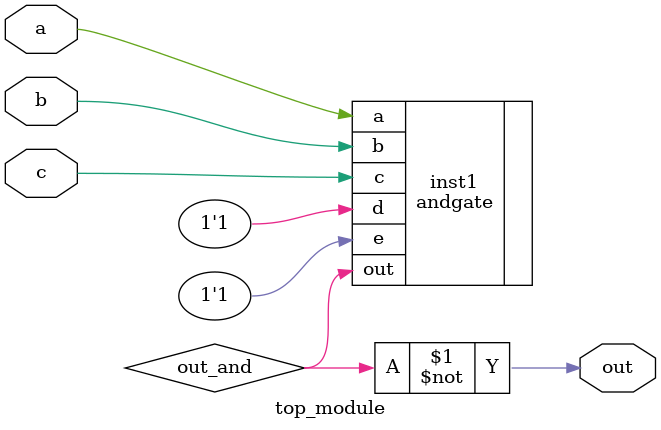
<source format=v>
module top_module (input a, input b, input c, output out);//
	wire out_and;
    assign out = ~out_and; 
    andgate inst1 ( .a(a), .b(b), .c(c), .d(1'b1), .e(1'b1), .out(out_and) );

endmodule

</source>
